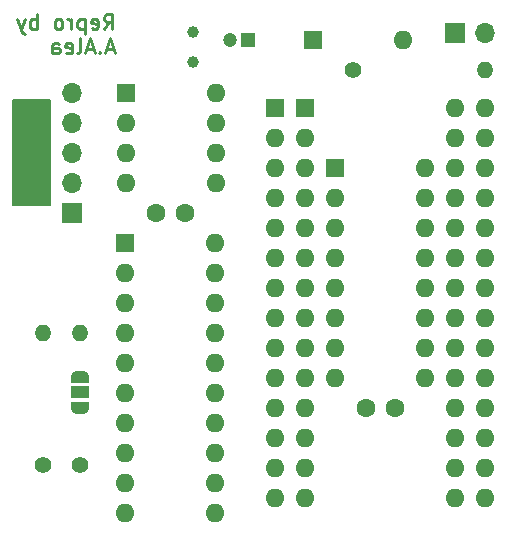
<source format=gbr>
%TF.GenerationSoftware,KiCad,Pcbnew,8.0.8+1*%
%TF.CreationDate,2025-02-23T13:51:28+01:00*%
%TF.ProjectId,QL_Minerva_MK2,514c5f4d-696e-4657-9276-615f4d4b322e,0.0*%
%TF.SameCoordinates,Original*%
%TF.FileFunction,Soldermask,Bot*%
%TF.FilePolarity,Negative*%
%FSLAX46Y46*%
G04 Gerber Fmt 4.6, Leading zero omitted, Abs format (unit mm)*
G04 Created by KiCad (PCBNEW 8.0.8+1) date 2025-02-23 13:51:28*
%MOMM*%
%LPD*%
G01*
G04 APERTURE LIST*
G04 Aperture macros list*
%AMFreePoly0*
4,1,19,0.550000,-0.750000,0.000000,-0.750000,0.000000,-0.744911,-0.071157,-0.744911,-0.207708,-0.704816,-0.327430,-0.627875,-0.420627,-0.520320,-0.479746,-0.390866,-0.500000,-0.250000,-0.500000,0.250000,-0.479746,0.390866,-0.420627,0.520320,-0.327430,0.627875,-0.207708,0.704816,-0.071157,0.744911,0.000000,0.744911,0.000000,0.750000,0.550000,0.750000,0.550000,-0.750000,0.550000,-0.750000,
$1*%
%AMFreePoly1*
4,1,19,0.000000,0.744911,0.071157,0.744911,0.207708,0.704816,0.327430,0.627875,0.420627,0.520320,0.479746,0.390866,0.500000,0.250000,0.500000,-0.250000,0.479746,-0.390866,0.420627,-0.520320,0.327430,-0.627875,0.207708,-0.704816,0.071157,-0.744911,0.000000,-0.744911,0.000000,-0.750000,-0.550000,-0.750000,-0.550000,0.750000,0.000000,0.750000,0.000000,0.744911,0.000000,0.744911,
$1*%
G04 Aperture macros list end*
%ADD10C,0.150000*%
%ADD11C,0.254000*%
%ADD12R,1.600000X1.600000*%
%ADD13O,1.600000X1.600000*%
%ADD14C,1.600000*%
%ADD15C,1.000000*%
%ADD16R,1.700000X1.700000*%
%ADD17O,1.700000X1.700000*%
%ADD18C,1.400000*%
%ADD19O,1.400000X1.400000*%
%ADD20R,1.200000X1.200000*%
%ADD21C,1.200000*%
%ADD22FreePoly0,90.000000*%
%ADD23R,1.500000X1.000000*%
%ADD24FreePoly1,90.000000*%
G04 APERTURE END LIST*
D10*
X57150000Y-64135000D02*
X60325000Y-64135000D01*
X60325000Y-73025000D01*
X57150000Y-73025000D01*
X57150000Y-64135000D01*
G36*
X57150000Y-64135000D02*
G01*
X60325000Y-64135000D01*
X60325000Y-73025000D01*
X57150000Y-73025000D01*
X57150000Y-64135000D01*
G37*
D11*
X64844799Y-58111739D02*
X65268133Y-57506977D01*
X65570514Y-58111739D02*
X65570514Y-56841739D01*
X65570514Y-56841739D02*
X65086704Y-56841739D01*
X65086704Y-56841739D02*
X64965752Y-56902215D01*
X64965752Y-56902215D02*
X64905275Y-56962691D01*
X64905275Y-56962691D02*
X64844799Y-57083643D01*
X64844799Y-57083643D02*
X64844799Y-57265072D01*
X64844799Y-57265072D02*
X64905275Y-57386024D01*
X64905275Y-57386024D02*
X64965752Y-57446501D01*
X64965752Y-57446501D02*
X65086704Y-57506977D01*
X65086704Y-57506977D02*
X65570514Y-57506977D01*
X63816704Y-58051263D02*
X63937656Y-58111739D01*
X63937656Y-58111739D02*
X64179561Y-58111739D01*
X64179561Y-58111739D02*
X64300514Y-58051263D01*
X64300514Y-58051263D02*
X64360990Y-57930310D01*
X64360990Y-57930310D02*
X64360990Y-57446501D01*
X64360990Y-57446501D02*
X64300514Y-57325548D01*
X64300514Y-57325548D02*
X64179561Y-57265072D01*
X64179561Y-57265072D02*
X63937656Y-57265072D01*
X63937656Y-57265072D02*
X63816704Y-57325548D01*
X63816704Y-57325548D02*
X63756228Y-57446501D01*
X63756228Y-57446501D02*
X63756228Y-57567453D01*
X63756228Y-57567453D02*
X64360990Y-57688405D01*
X63211943Y-57265072D02*
X63211943Y-58535072D01*
X63211943Y-57325548D02*
X63090990Y-57265072D01*
X63090990Y-57265072D02*
X62849085Y-57265072D01*
X62849085Y-57265072D02*
X62728133Y-57325548D01*
X62728133Y-57325548D02*
X62667657Y-57386024D01*
X62667657Y-57386024D02*
X62607181Y-57506977D01*
X62607181Y-57506977D02*
X62607181Y-57869834D01*
X62607181Y-57869834D02*
X62667657Y-57990786D01*
X62667657Y-57990786D02*
X62728133Y-58051263D01*
X62728133Y-58051263D02*
X62849085Y-58111739D01*
X62849085Y-58111739D02*
X63090990Y-58111739D01*
X63090990Y-58111739D02*
X63211943Y-58051263D01*
X62062895Y-58111739D02*
X62062895Y-57265072D01*
X62062895Y-57506977D02*
X62002418Y-57386024D01*
X62002418Y-57386024D02*
X61941942Y-57325548D01*
X61941942Y-57325548D02*
X61820990Y-57265072D01*
X61820990Y-57265072D02*
X61700037Y-57265072D01*
X61095276Y-58111739D02*
X61216228Y-58051263D01*
X61216228Y-58051263D02*
X61276705Y-57990786D01*
X61276705Y-57990786D02*
X61337181Y-57869834D01*
X61337181Y-57869834D02*
X61337181Y-57506977D01*
X61337181Y-57506977D02*
X61276705Y-57386024D01*
X61276705Y-57386024D02*
X61216228Y-57325548D01*
X61216228Y-57325548D02*
X61095276Y-57265072D01*
X61095276Y-57265072D02*
X60913847Y-57265072D01*
X60913847Y-57265072D02*
X60792895Y-57325548D01*
X60792895Y-57325548D02*
X60732419Y-57386024D01*
X60732419Y-57386024D02*
X60671943Y-57506977D01*
X60671943Y-57506977D02*
X60671943Y-57869834D01*
X60671943Y-57869834D02*
X60732419Y-57990786D01*
X60732419Y-57990786D02*
X60792895Y-58051263D01*
X60792895Y-58051263D02*
X60913847Y-58111739D01*
X60913847Y-58111739D02*
X61095276Y-58111739D01*
X59160038Y-58111739D02*
X59160038Y-56841739D01*
X59160038Y-57325548D02*
X59039085Y-57265072D01*
X59039085Y-57265072D02*
X58797180Y-57265072D01*
X58797180Y-57265072D02*
X58676228Y-57325548D01*
X58676228Y-57325548D02*
X58615752Y-57386024D01*
X58615752Y-57386024D02*
X58555276Y-57506977D01*
X58555276Y-57506977D02*
X58555276Y-57869834D01*
X58555276Y-57869834D02*
X58615752Y-57990786D01*
X58615752Y-57990786D02*
X58676228Y-58051263D01*
X58676228Y-58051263D02*
X58797180Y-58111739D01*
X58797180Y-58111739D02*
X59039085Y-58111739D01*
X59039085Y-58111739D02*
X59160038Y-58051263D01*
X58131942Y-57265072D02*
X57829561Y-58111739D01*
X57527180Y-57265072D02*
X57829561Y-58111739D01*
X57829561Y-58111739D02*
X57950513Y-58414120D01*
X57950513Y-58414120D02*
X58010990Y-58474596D01*
X58010990Y-58474596D02*
X58131942Y-58535072D01*
X65630990Y-59793511D02*
X65026228Y-59793511D01*
X65751942Y-60156368D02*
X65328609Y-58886368D01*
X65328609Y-58886368D02*
X64905275Y-60156368D01*
X64481943Y-60035415D02*
X64421466Y-60095892D01*
X64421466Y-60095892D02*
X64481943Y-60156368D01*
X64481943Y-60156368D02*
X64542419Y-60095892D01*
X64542419Y-60095892D02*
X64481943Y-60035415D01*
X64481943Y-60035415D02*
X64481943Y-60156368D01*
X63937657Y-59793511D02*
X63332895Y-59793511D01*
X64058609Y-60156368D02*
X63635276Y-58886368D01*
X63635276Y-58886368D02*
X63211942Y-60156368D01*
X62607181Y-60156368D02*
X62728133Y-60095892D01*
X62728133Y-60095892D02*
X62788610Y-59974939D01*
X62788610Y-59974939D02*
X62788610Y-58886368D01*
X61639562Y-60095892D02*
X61760514Y-60156368D01*
X61760514Y-60156368D02*
X62002419Y-60156368D01*
X62002419Y-60156368D02*
X62123372Y-60095892D01*
X62123372Y-60095892D02*
X62183848Y-59974939D01*
X62183848Y-59974939D02*
X62183848Y-59491130D01*
X62183848Y-59491130D02*
X62123372Y-59370177D01*
X62123372Y-59370177D02*
X62002419Y-59309701D01*
X62002419Y-59309701D02*
X61760514Y-59309701D01*
X61760514Y-59309701D02*
X61639562Y-59370177D01*
X61639562Y-59370177D02*
X61579086Y-59491130D01*
X61579086Y-59491130D02*
X61579086Y-59612082D01*
X61579086Y-59612082D02*
X62183848Y-59733034D01*
X60490515Y-60156368D02*
X60490515Y-59491130D01*
X60490515Y-59491130D02*
X60550991Y-59370177D01*
X60550991Y-59370177D02*
X60671943Y-59309701D01*
X60671943Y-59309701D02*
X60913848Y-59309701D01*
X60913848Y-59309701D02*
X61034801Y-59370177D01*
X60490515Y-60095892D02*
X60611467Y-60156368D01*
X60611467Y-60156368D02*
X60913848Y-60156368D01*
X60913848Y-60156368D02*
X61034801Y-60095892D01*
X61034801Y-60095892D02*
X61095277Y-59974939D01*
X61095277Y-59974939D02*
X61095277Y-59853987D01*
X61095277Y-59853987D02*
X61034801Y-59733034D01*
X61034801Y-59733034D02*
X60913848Y-59672558D01*
X60913848Y-59672558D02*
X60611467Y-59672558D01*
X60611467Y-59672558D02*
X60490515Y-59612082D01*
D12*
%TO.C,D1*%
X82550000Y-59055000D03*
D13*
X90170000Y-59055000D03*
%TD*%
D14*
%TO.C,C3*%
X71755000Y-73660000D03*
X69255000Y-73660000D03*
%TD*%
D15*
%TO.C,Y1*%
X72390000Y-58390000D03*
X72390000Y-60930000D03*
%TD*%
D12*
%TO.C,U4*%
X66675000Y-76200000D03*
D13*
X66675000Y-78740000D03*
X66675000Y-81280000D03*
X66675000Y-83820000D03*
X66675000Y-86360000D03*
X66675000Y-88900000D03*
X66675000Y-91440000D03*
X66675000Y-93980000D03*
X66675000Y-96520000D03*
X66675000Y-99060000D03*
X74295000Y-99060000D03*
X74295000Y-96520000D03*
X74295000Y-93980000D03*
X74295000Y-91440000D03*
X74295000Y-88900000D03*
X74295000Y-86360000D03*
X74295000Y-83820000D03*
X74295000Y-81280000D03*
X74295000Y-78740000D03*
X74295000Y-76200000D03*
%TD*%
D16*
%TO.C,J2*%
X62160000Y-73655000D03*
D17*
X62160000Y-71115000D03*
X62160000Y-68575000D03*
X62160000Y-66035000D03*
X62160000Y-63495000D03*
%TD*%
D12*
%TO.C,U2*%
X81910000Y-64780000D03*
D13*
X81910000Y-67320000D03*
X81910000Y-69860000D03*
X81910000Y-72400000D03*
X81910000Y-74940000D03*
X81910000Y-77480000D03*
X81910000Y-80020000D03*
X81910000Y-82560000D03*
X81910000Y-85100000D03*
X81910000Y-87640000D03*
X81910000Y-90180000D03*
X81910000Y-92720000D03*
X81910000Y-95260000D03*
X81910000Y-97800000D03*
X97150000Y-97800000D03*
X97150000Y-95260000D03*
X97150000Y-92720000D03*
X97150000Y-90180000D03*
X97150000Y-87640000D03*
X97150000Y-85100000D03*
X97150000Y-82560000D03*
X97150000Y-80020000D03*
X97150000Y-77480000D03*
X97150000Y-74940000D03*
X97150000Y-72400000D03*
X97150000Y-69860000D03*
X97150000Y-67320000D03*
X97150000Y-64780000D03*
%TD*%
D12*
%TO.C,U5*%
X84455000Y-69850000D03*
D13*
X84455000Y-72390000D03*
X84455000Y-74930000D03*
X84455000Y-77470000D03*
X84455000Y-80010000D03*
X84455000Y-82550000D03*
X84455000Y-85090000D03*
X84455000Y-87630000D03*
X92075000Y-87630000D03*
X92075000Y-85090000D03*
X92075000Y-82550000D03*
X92075000Y-80010000D03*
X92075000Y-77470000D03*
X92075000Y-74930000D03*
X92075000Y-72390000D03*
X92075000Y-69850000D03*
%TD*%
D16*
%TO.C,J1*%
X94615000Y-58420000D03*
D17*
X97155000Y-58420000D03*
%TD*%
D12*
%TO.C,U3*%
X66685000Y-63510000D03*
D13*
X66685000Y-66050000D03*
X66685000Y-68590000D03*
X66685000Y-71130000D03*
X74305000Y-71130000D03*
X74305000Y-68590000D03*
X74305000Y-66050000D03*
X74305000Y-63510000D03*
%TD*%
D12*
%TO.C,U1*%
X79375000Y-64770000D03*
D13*
X79375000Y-67310000D03*
X79375000Y-69850000D03*
X79375000Y-72390000D03*
X79375000Y-74930000D03*
X79375000Y-77470000D03*
X79375000Y-80010000D03*
X79375000Y-82550000D03*
X79375000Y-85090000D03*
X79375000Y-87630000D03*
X79375000Y-90170000D03*
X79375000Y-92710000D03*
X79375000Y-95250000D03*
X79375000Y-97790000D03*
X94615000Y-97790000D03*
X94615000Y-95250000D03*
X94615000Y-92710000D03*
X94615000Y-90170000D03*
X94615000Y-87630000D03*
X94615000Y-85090000D03*
X94615000Y-82550000D03*
X94615000Y-80010000D03*
X94615000Y-77470000D03*
X94615000Y-74930000D03*
X94615000Y-72390000D03*
X94615000Y-69850000D03*
X94615000Y-67310000D03*
X94615000Y-64770000D03*
%TD*%
D18*
%TO.C,R2*%
X59690000Y-94996000D03*
D19*
X59690000Y-83820000D03*
%TD*%
D14*
%TO.C,C2*%
X89515000Y-90170000D03*
X87015000Y-90170000D03*
%TD*%
D18*
%TO.C,R1*%
X62865000Y-94996000D03*
D19*
X62865000Y-83820000D03*
%TD*%
D20*
%TO.C,C1*%
X77065000Y-59055000D03*
D21*
X75565000Y-59055000D03*
%TD*%
D18*
%TO.C,R3*%
X85979000Y-61595000D03*
D19*
X97155000Y-61595000D03*
%TD*%
D22*
%TO.C,JP1*%
X62865000Y-90170000D03*
D23*
X62865000Y-88870000D03*
D24*
X62865000Y-87570000D03*
%TD*%
M02*

</source>
